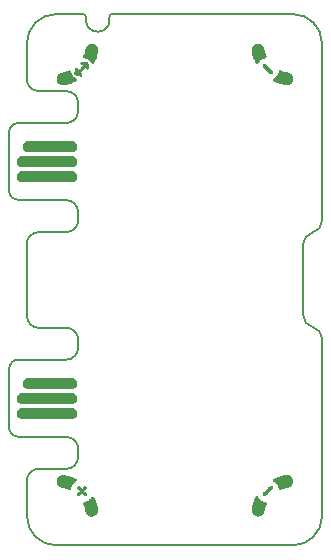
<source format=gto>
%TF.GenerationSoftware,KiCad,Pcbnew,8.0.8*%
%TF.CreationDate,2025-01-29T17:03:44+00:00*%
%TF.ProjectId,ec30_2x4_l2_mh_0.1,65633330-5f32-4783-945f-6c325f6d685f,v0.1*%
%TF.SameCoordinates,PX8d24d00PY36d6160*%
%TF.FileFunction,Legend,Top*%
%TF.FilePolarity,Positive*%
%FSLAX46Y46*%
G04 Gerber Fmt 4.6, Leading zero omitted, Abs format (unit mm)*
G04 Created by KiCad (PCBNEW 8.0.8) date 2025-01-29 17:03:44*
%MOMM*%
%LPD*%
G01*
G04 APERTURE LIST*
%ADD10C,0.200000*%
%ADD11C,0.000000*%
%ADD12C,0.010000*%
G04 APERTURE END LIST*
D10*
X-7500000Y22250000D02*
X-7500000Y22000000D01*
X-8150000Y14270000D02*
X-8150000Y14970000D01*
X-11500000Y-4066008D02*
G75*
G02*
X-12500008Y-3066008I400J1000408D01*
G01*
X-14000000Y12470001D02*
X-14000000Y7530000D01*
X12500000Y17000000D02*
X12500000Y5500000D01*
X-10000000Y-22500000D02*
G75*
G02*
X-12500000Y-20000000I-800J2499200D01*
G01*
X-7750000Y22500000D02*
G75*
G02*
X-7500000Y22250000I800J-249200D01*
G01*
X-14000000Y-7566007D02*
G75*
G02*
X-13200000Y-6766000I798900J1107D01*
G01*
X12500000Y-5700000D02*
X12500000Y-5000000D01*
X12500000Y17000000D02*
X12500000Y20000000D01*
X10000000Y22500000D02*
X-5250000Y22500000D01*
X-9148000Y4030001D02*
X-11500000Y4030001D01*
X11692885Y-4000000D02*
G75*
G02*
X12500034Y-5000000I-216385J-1000400D01*
G01*
X-13200000Y6730001D02*
G75*
G02*
X-13999999Y7530000I-1100J798899D01*
G01*
X-12500000Y3030001D02*
G75*
G02*
X-11500000Y4030000I1000400J-401D01*
G01*
X-11500000Y15970000D02*
X-9148000Y15970000D01*
X-8150000Y-5766008D02*
X-8150000Y-5066008D01*
X-7750000Y22500000D02*
X-10000000Y22500000D01*
X-12500000Y20000000D02*
G75*
G02*
X-10000000Y22500000I2499200J800D01*
G01*
X-11500000Y15970000D02*
G75*
G02*
X-12500000Y16970000I400J1000400D01*
G01*
X-5500000Y22000000D02*
X-5500000Y22250000D01*
X-14000000Y12470001D02*
G75*
G02*
X-13200000Y13270000I798900J1099D01*
G01*
X-9148000Y15970000D02*
G75*
G02*
X-8150004Y14970000I1000J-997000D01*
G01*
X-8150000Y-5766008D02*
G75*
G02*
X-9148000Y-6765997I-1000400J408D01*
G01*
X-9150000Y-13306007D02*
G75*
G02*
X-8150007Y-14306007I-400J-1000393D01*
G01*
X-8150000Y14270000D02*
G75*
G02*
X-9148000Y13270003I-1000400J400D01*
G01*
X-8148000Y-15006007D02*
X-8150000Y-14306007D01*
X-5500000Y22250000D02*
G75*
G02*
X-5250000Y22500000I249200J800D01*
G01*
X-12500000Y-16969999D02*
X-12500000Y-20000000D01*
X-12500000Y3030001D02*
X-12500000Y-3066008D01*
X-9148000Y-16006007D02*
X-11500000Y-16006007D01*
X-13200000Y6730001D02*
X-9150000Y6730001D01*
X-5500000Y22000000D02*
G75*
G02*
X-7500000Y22000000I-1000000J0D01*
G01*
X10000000Y22500000D02*
G75*
G02*
X12500000Y20000000I800J-2499200D01*
G01*
X-8148000Y5030001D02*
G75*
G02*
X-9148000Y4030000I-1000400J399D01*
G01*
X-14000000Y-7566007D02*
X-14000000Y-12506008D01*
X-12500000Y20000000D02*
X-12500000Y16970000D01*
X-9150000Y6730001D02*
G75*
G02*
X-8149999Y5730001I-400J-1000401D01*
G01*
X12500000Y-20000000D02*
X12500000Y-5500000D01*
X12500000Y5000000D02*
X12500000Y5700000D01*
X-13200000Y-13306007D02*
X-9150000Y-13306007D01*
X-10000000Y-22500000D02*
X10000000Y-22500000D01*
X-9148000Y13270000D02*
X-13200000Y13270000D01*
X10900000Y3000000D02*
G75*
G02*
X11692877Y4000033I1027600J-400D01*
G01*
X-12500000Y-17006007D02*
G75*
G02*
X-11500000Y-16006000I1000400J-393D01*
G01*
X12500000Y-20000000D02*
G75*
G02*
X10000000Y-22500000I-2499200J-800D01*
G01*
X-9148000Y-4066008D02*
G75*
G02*
X-8150012Y-5066008I1000J-996992D01*
G01*
X-8148000Y-15006007D02*
G75*
G02*
X-9148000Y-16006000I-1000400J407D01*
G01*
X-9148000Y-6766008D02*
X-13200000Y-6766008D01*
X10900000Y-3000000D02*
X10900000Y3000000D01*
X11692885Y-4000000D02*
G75*
G02*
X10899957Y-3000000I234615J1000400D01*
G01*
X-8148000Y5030001D02*
X-8150000Y5730001D01*
X-13200000Y-13306007D02*
G75*
G02*
X-14000007Y-12506008I-1100J798907D01*
G01*
X12500000Y5000000D02*
G75*
G02*
X11692894Y3999956I-1023600J400D01*
G01*
X-11500000Y-4066008D02*
X-9148000Y-4066008D01*
D11*
%TO.C,*%
G36*
X-8505004Y-9600562D02*
G01*
X-8401465Y-9651179D01*
X-8319972Y-9732672D01*
X-8269355Y-9836211D01*
X-8254800Y-9936107D01*
X-8254800Y-10135907D01*
X-8269355Y-10235803D01*
X-8319972Y-10339342D01*
X-8401465Y-10420835D01*
X-8505004Y-10471452D01*
X-8604900Y-10486007D01*
X-12954700Y-10486007D01*
X-13054596Y-10471452D01*
X-13158135Y-10420835D01*
X-13239628Y-10339342D01*
X-13290245Y-10235803D01*
X-13304800Y-10135907D01*
X-13304800Y-9936107D01*
X-13290245Y-9836211D01*
X-13239628Y-9732672D01*
X-13158135Y-9651179D01*
X-13054596Y-9600562D01*
X-12954700Y-9586007D01*
X-8604900Y-9586007D01*
X-8505004Y-9600562D01*
G37*
G36*
X-8505004Y-10870562D02*
G01*
X-8401465Y-10921179D01*
X-8319972Y-11002672D01*
X-8269355Y-11106211D01*
X-8254800Y-11206107D01*
X-8254800Y-11405907D01*
X-8269355Y-11505803D01*
X-8319972Y-11609342D01*
X-8401465Y-11690835D01*
X-8505004Y-11741452D01*
X-8604900Y-11756007D01*
X-12954700Y-11756007D01*
X-13054596Y-11741452D01*
X-13158135Y-11690835D01*
X-13239628Y-11609342D01*
X-13290245Y-11505803D01*
X-13304800Y-11405907D01*
X-13304800Y-11206107D01*
X-13290245Y-11106211D01*
X-13239628Y-11002672D01*
X-13158135Y-10921179D01*
X-13054596Y-10870562D01*
X-12954700Y-10856007D01*
X-8604900Y-10856007D01*
X-8505004Y-10870562D01*
G37*
G36*
X-8505004Y-8330562D02*
G01*
X-8401465Y-8381179D01*
X-8319972Y-8462672D01*
X-8269355Y-8566211D01*
X-8254800Y-8666107D01*
X-8254800Y-8865907D01*
X-8269355Y-8965803D01*
X-8319972Y-9069342D01*
X-8401465Y-9150835D01*
X-8505004Y-9201452D01*
X-8604900Y-9216007D01*
X-12454700Y-9216007D01*
X-12554596Y-9201452D01*
X-12658135Y-9150835D01*
X-12739628Y-9069342D01*
X-12790245Y-8965803D01*
X-12804800Y-8865907D01*
X-12804800Y-8666107D01*
X-12790245Y-8566211D01*
X-12739628Y-8462672D01*
X-12658135Y-8381179D01*
X-12554596Y-8330562D01*
X-12454700Y-8316007D01*
X-8604900Y-8316007D01*
X-8505004Y-8330562D01*
G37*
D12*
%TO.C,MH3*%
X-6928506Y-18363138D02*
X-6911772Y-18369471D01*
X-6896147Y-18380908D01*
X-6880922Y-18398107D01*
X-6865387Y-18421729D01*
X-6848836Y-18452432D01*
X-6848679Y-18452743D01*
X-6791282Y-18574332D01*
X-6737855Y-18701980D01*
X-6688736Y-18834690D01*
X-6644262Y-18971466D01*
X-6604771Y-19111310D01*
X-6570599Y-19253224D01*
X-6558186Y-19311864D01*
X-6547379Y-19371341D01*
X-6540466Y-19424475D01*
X-6537409Y-19471817D01*
X-6538170Y-19513920D01*
X-6542040Y-19547507D01*
X-6556533Y-19610942D01*
X-6577909Y-19670724D01*
X-6605930Y-19726502D01*
X-6640355Y-19777928D01*
X-6680946Y-19824650D01*
X-6727463Y-19866318D01*
X-6779668Y-19902583D01*
X-6787978Y-19907537D01*
X-6840693Y-19933832D01*
X-6896925Y-19953542D01*
X-6955607Y-19966561D01*
X-7015670Y-19972782D01*
X-7076044Y-19972098D01*
X-7135662Y-19964403D01*
X-7193456Y-19949591D01*
X-7197273Y-19948329D01*
X-7253331Y-19925415D01*
X-7306281Y-19895615D01*
X-7355436Y-19859600D01*
X-7400110Y-19818037D01*
X-7439617Y-19771594D01*
X-7473270Y-19720941D01*
X-7500383Y-19666745D01*
X-7509057Y-19644736D01*
X-7513607Y-19630447D01*
X-7519138Y-19610225D01*
X-7525185Y-19585941D01*
X-7531282Y-19559465D01*
X-7536963Y-19532671D01*
X-7537051Y-19532232D01*
X-7558678Y-19432503D01*
X-7582269Y-19338735D01*
X-7608385Y-19249080D01*
X-7637586Y-19161685D01*
X-7670432Y-19074702D01*
X-7689984Y-19027005D01*
X-7703664Y-18992497D01*
X-7713040Y-18963665D01*
X-7718165Y-18939548D01*
X-7719093Y-18919190D01*
X-7715878Y-18901631D01*
X-7708573Y-18885911D01*
X-7698622Y-18872631D01*
X-7689672Y-18863366D01*
X-7679962Y-18855700D01*
X-7668106Y-18848964D01*
X-7652714Y-18842488D01*
X-7632401Y-18835601D01*
X-7605778Y-18827634D01*
X-7604892Y-18827378D01*
X-7548101Y-18809694D01*
X-7496370Y-18790649D01*
X-7446827Y-18769122D01*
X-7413766Y-18752928D01*
X-7338632Y-18710190D01*
X-7267054Y-18660666D01*
X-7199758Y-18604986D01*
X-7137473Y-18543782D01*
X-7080926Y-18477685D01*
X-7053164Y-18440364D01*
X-7031231Y-18411566D01*
X-7010897Y-18389815D01*
X-6991436Y-18374570D01*
X-6972119Y-18365290D01*
X-6952222Y-18361431D01*
X-6947057Y-18361250D01*
X-6928506Y-18363138D01*
G36*
X-6928506Y-18363138D02*
G01*
X-6911772Y-18369471D01*
X-6896147Y-18380908D01*
X-6880922Y-18398107D01*
X-6865387Y-18421729D01*
X-6848836Y-18452432D01*
X-6848679Y-18452743D01*
X-6791282Y-18574332D01*
X-6737855Y-18701980D01*
X-6688736Y-18834690D01*
X-6644262Y-18971466D01*
X-6604771Y-19111310D01*
X-6570599Y-19253224D01*
X-6558186Y-19311864D01*
X-6547379Y-19371341D01*
X-6540466Y-19424475D01*
X-6537409Y-19471817D01*
X-6538170Y-19513920D01*
X-6542040Y-19547507D01*
X-6556533Y-19610942D01*
X-6577909Y-19670724D01*
X-6605930Y-19726502D01*
X-6640355Y-19777928D01*
X-6680946Y-19824650D01*
X-6727463Y-19866318D01*
X-6779668Y-19902583D01*
X-6787978Y-19907537D01*
X-6840693Y-19933832D01*
X-6896925Y-19953542D01*
X-6955607Y-19966561D01*
X-7015670Y-19972782D01*
X-7076044Y-19972098D01*
X-7135662Y-19964403D01*
X-7193456Y-19949591D01*
X-7197273Y-19948329D01*
X-7253331Y-19925415D01*
X-7306281Y-19895615D01*
X-7355436Y-19859600D01*
X-7400110Y-19818037D01*
X-7439617Y-19771594D01*
X-7473270Y-19720941D01*
X-7500383Y-19666745D01*
X-7509057Y-19644736D01*
X-7513607Y-19630447D01*
X-7519138Y-19610225D01*
X-7525185Y-19585941D01*
X-7531282Y-19559465D01*
X-7536963Y-19532671D01*
X-7537051Y-19532232D01*
X-7558678Y-19432503D01*
X-7582269Y-19338735D01*
X-7608385Y-19249080D01*
X-7637586Y-19161685D01*
X-7670432Y-19074702D01*
X-7689984Y-19027005D01*
X-7703664Y-18992497D01*
X-7713040Y-18963665D01*
X-7718165Y-18939548D01*
X-7719093Y-18919190D01*
X-7715878Y-18901631D01*
X-7708573Y-18885911D01*
X-7698622Y-18872631D01*
X-7689672Y-18863366D01*
X-7679962Y-18855700D01*
X-7668106Y-18848964D01*
X-7652714Y-18842488D01*
X-7632401Y-18835601D01*
X-7605778Y-18827634D01*
X-7604892Y-18827378D01*
X-7548101Y-18809694D01*
X-7496370Y-18790649D01*
X-7446827Y-18769122D01*
X-7413766Y-18752928D01*
X-7338632Y-18710190D01*
X-7267054Y-18660666D01*
X-7199758Y-18604986D01*
X-7137473Y-18543782D01*
X-7080926Y-18477685D01*
X-7053164Y-18440364D01*
X-7031231Y-18411566D01*
X-7010897Y-18389815D01*
X-6991436Y-18374570D01*
X-6972119Y-18365290D01*
X-6952222Y-18361431D01*
X-6947057Y-18361250D01*
X-6928506Y-18363138D01*
G37*
X-9469382Y-16539537D02*
X-9447697Y-16539914D01*
X-9426734Y-16540918D01*
X-9405491Y-16542711D01*
X-9382963Y-16545454D01*
X-9358146Y-16549309D01*
X-9330036Y-16554438D01*
X-9297629Y-16561001D01*
X-9259922Y-16569161D01*
X-9215909Y-16579080D01*
X-9197523Y-16583298D01*
X-9084110Y-16611811D01*
X-8967931Y-16645606D01*
X-8850843Y-16684017D01*
X-8734702Y-16726377D01*
X-8621365Y-16772019D01*
X-8512689Y-16820278D01*
X-8441520Y-16854688D01*
X-8413993Y-16869173D01*
X-8392962Y-16881967D01*
X-8377390Y-16893881D01*
X-8366238Y-16905723D01*
X-8358469Y-16918303D01*
X-8357596Y-16920160D01*
X-8351621Y-16938194D01*
X-8351673Y-16955018D01*
X-8355628Y-16969259D01*
X-8366482Y-16988971D01*
X-8384803Y-17009218D01*
X-8410183Y-17029563D01*
X-8414969Y-17032864D01*
X-8488201Y-17086938D01*
X-8555669Y-17146142D01*
X-8617131Y-17210183D01*
X-8672347Y-17278769D01*
X-8721073Y-17351605D01*
X-8763068Y-17428401D01*
X-8788576Y-17484951D01*
X-8800921Y-17516142D01*
X-8812141Y-17547535D01*
X-8822891Y-17581156D01*
X-8833828Y-17619033D01*
X-8842684Y-17651971D01*
X-8847996Y-17670214D01*
X-8853411Y-17683262D01*
X-8860250Y-17693763D01*
X-8867703Y-17702184D01*
X-8883266Y-17715623D01*
X-8899653Y-17723702D01*
X-8917964Y-17726465D01*
X-8939296Y-17723957D01*
X-8964748Y-17716222D01*
X-8987179Y-17707027D01*
X-9107698Y-17657583D01*
X-9231987Y-17614301D01*
X-9360629Y-17577001D01*
X-9494206Y-17545501D01*
X-9524887Y-17539217D01*
X-9559570Y-17532116D01*
X-9587951Y-17525804D01*
X-9611570Y-17519832D01*
X-9631964Y-17513755D01*
X-9650673Y-17507126D01*
X-9669235Y-17499496D01*
X-9683073Y-17493272D01*
X-9736054Y-17464533D01*
X-9785121Y-17429388D01*
X-9829705Y-17388566D01*
X-9869233Y-17342795D01*
X-9903134Y-17292803D01*
X-9930837Y-17239319D01*
X-9951771Y-17183072D01*
X-9963418Y-17135752D01*
X-9971542Y-17072993D01*
X-9972079Y-17011364D01*
X-9965355Y-16951349D01*
X-9951696Y-16893433D01*
X-9931426Y-16838104D01*
X-9904871Y-16785845D01*
X-9872355Y-16737142D01*
X-9834205Y-16692481D01*
X-9790745Y-16652346D01*
X-9742300Y-16617225D01*
X-9689196Y-16587601D01*
X-9631758Y-16563960D01*
X-9570311Y-16546788D01*
X-9568601Y-16546419D01*
X-9550919Y-16543237D01*
X-9531677Y-16541113D01*
X-9508978Y-16539916D01*
X-9480930Y-16539514D01*
X-9469382Y-16539537D01*
G36*
X-9469382Y-16539537D02*
G01*
X-9447697Y-16539914D01*
X-9426734Y-16540918D01*
X-9405491Y-16542711D01*
X-9382963Y-16545454D01*
X-9358146Y-16549309D01*
X-9330036Y-16554438D01*
X-9297629Y-16561001D01*
X-9259922Y-16569161D01*
X-9215909Y-16579080D01*
X-9197523Y-16583298D01*
X-9084110Y-16611811D01*
X-8967931Y-16645606D01*
X-8850843Y-16684017D01*
X-8734702Y-16726377D01*
X-8621365Y-16772019D01*
X-8512689Y-16820278D01*
X-8441520Y-16854688D01*
X-8413993Y-16869173D01*
X-8392962Y-16881967D01*
X-8377390Y-16893881D01*
X-8366238Y-16905723D01*
X-8358469Y-16918303D01*
X-8357596Y-16920160D01*
X-8351621Y-16938194D01*
X-8351673Y-16955018D01*
X-8355628Y-16969259D01*
X-8366482Y-16988971D01*
X-8384803Y-17009218D01*
X-8410183Y-17029563D01*
X-8414969Y-17032864D01*
X-8488201Y-17086938D01*
X-8555669Y-17146142D01*
X-8617131Y-17210183D01*
X-8672347Y-17278769D01*
X-8721073Y-17351605D01*
X-8763068Y-17428401D01*
X-8788576Y-17484951D01*
X-8800921Y-17516142D01*
X-8812141Y-17547535D01*
X-8822891Y-17581156D01*
X-8833828Y-17619033D01*
X-8842684Y-17651971D01*
X-8847996Y-17670214D01*
X-8853411Y-17683262D01*
X-8860250Y-17693763D01*
X-8867703Y-17702184D01*
X-8883266Y-17715623D01*
X-8899653Y-17723702D01*
X-8917964Y-17726465D01*
X-8939296Y-17723957D01*
X-8964748Y-17716222D01*
X-8987179Y-17707027D01*
X-9107698Y-17657583D01*
X-9231987Y-17614301D01*
X-9360629Y-17577001D01*
X-9494206Y-17545501D01*
X-9524887Y-17539217D01*
X-9559570Y-17532116D01*
X-9587951Y-17525804D01*
X-9611570Y-17519832D01*
X-9631964Y-17513755D01*
X-9650673Y-17507126D01*
X-9669235Y-17499496D01*
X-9683073Y-17493272D01*
X-9736054Y-17464533D01*
X-9785121Y-17429388D01*
X-9829705Y-17388566D01*
X-9869233Y-17342795D01*
X-9903134Y-17292803D01*
X-9930837Y-17239319D01*
X-9951771Y-17183072D01*
X-9963418Y-17135752D01*
X-9971542Y-17072993D01*
X-9972079Y-17011364D01*
X-9965355Y-16951349D01*
X-9951696Y-16893433D01*
X-9931426Y-16838104D01*
X-9904871Y-16785845D01*
X-9872355Y-16737142D01*
X-9834205Y-16692481D01*
X-9790745Y-16652346D01*
X-9742300Y-16617225D01*
X-9689196Y-16587601D01*
X-9631758Y-16563960D01*
X-9570311Y-16546788D01*
X-9568601Y-16546419D01*
X-9550919Y-16543237D01*
X-9531677Y-16541113D01*
X-9508978Y-16539916D01*
X-9480930Y-16539514D01*
X-9469382Y-16539537D01*
G37*
X-8113706Y-17496944D02*
X-8103689Y-17499701D01*
X-8097802Y-17501893D01*
X-8091812Y-17504868D01*
X-8085087Y-17509183D01*
X-8076996Y-17515397D01*
X-8066906Y-17524068D01*
X-8054186Y-17535754D01*
X-8038203Y-17551014D01*
X-8018325Y-17570404D01*
X-7993921Y-17594483D01*
X-7974157Y-17614080D01*
X-7866011Y-17721433D01*
X-7759845Y-17616232D01*
X-7731277Y-17588145D01*
X-7705522Y-17563269D01*
X-7683075Y-17542058D01*
X-7664428Y-17524971D01*
X-7650076Y-17512464D01*
X-7640513Y-17504993D01*
X-7637804Y-17503347D01*
X-7619653Y-17497707D01*
X-7597647Y-17495447D01*
X-7574938Y-17496528D01*
X-7554679Y-17500911D01*
X-7546147Y-17504489D01*
X-7526917Y-17518143D01*
X-7510139Y-17536514D01*
X-7498889Y-17555827D01*
X-7494821Y-17571697D01*
X-7493195Y-17591689D01*
X-7494004Y-17612373D01*
X-7497238Y-17630321D01*
X-7499093Y-17635689D01*
X-7504005Y-17643205D01*
X-7514648Y-17656014D01*
X-7530930Y-17674015D01*
X-7552756Y-17697108D01*
X-7580035Y-17725192D01*
X-7612673Y-17758167D01*
X-7613064Y-17758559D01*
X-7720887Y-17866673D01*
X-7615058Y-17972974D01*
X-7584116Y-18004238D01*
X-7558609Y-18030431D01*
X-7538195Y-18051925D01*
X-7522533Y-18069093D01*
X-7511280Y-18082307D01*
X-7504096Y-18091939D01*
X-7501173Y-18097031D01*
X-7494104Y-18121344D01*
X-7493008Y-18147931D01*
X-7497820Y-18173913D01*
X-7503224Y-18187437D01*
X-7518879Y-18210652D01*
X-7539503Y-18227874D01*
X-7562126Y-18237933D01*
X-7579823Y-18242314D01*
X-7594838Y-18243348D01*
X-7610844Y-18241009D01*
X-7624185Y-18237471D01*
X-7629927Y-18235599D01*
X-7635561Y-18233123D01*
X-7641713Y-18229495D01*
X-7649007Y-18224164D01*
X-7658067Y-18216580D01*
X-7669517Y-18206195D01*
X-7683982Y-18192456D01*
X-7702086Y-18174816D01*
X-7724453Y-18152724D01*
X-7751707Y-18125630D01*
X-7755874Y-18121480D01*
X-7866007Y-18011789D01*
X-7976140Y-18121480D01*
X-8004116Y-18149305D01*
X-8027118Y-18172053D01*
X-8045771Y-18190273D01*
X-8060700Y-18204516D01*
X-8072528Y-18215330D01*
X-8081879Y-18223266D01*
X-8089379Y-18228875D01*
X-8095651Y-18232705D01*
X-8101320Y-18235306D01*
X-8107010Y-18237229D01*
X-8107829Y-18237471D01*
X-8126610Y-18242124D01*
X-8141901Y-18243383D01*
X-8157373Y-18241278D01*
X-8169888Y-18237933D01*
X-8194545Y-18226692D01*
X-8214425Y-18209602D01*
X-8228856Y-18187607D01*
X-8237166Y-18161652D01*
X-8238982Y-18140798D01*
X-8238748Y-18129644D01*
X-8237797Y-18119682D01*
X-8235633Y-18110230D01*
X-8231761Y-18100607D01*
X-8225687Y-18090132D01*
X-8216914Y-18078124D01*
X-8204948Y-18063903D01*
X-8189294Y-18046786D01*
X-8169456Y-18026095D01*
X-8144940Y-18001146D01*
X-8116956Y-17972974D01*
X-8011127Y-17866673D01*
X-8118789Y-17758559D01*
X-8151189Y-17725807D01*
X-8177947Y-17698278D01*
X-8199233Y-17675790D01*
X-8215216Y-17658158D01*
X-8226067Y-17645200D01*
X-8231953Y-17636730D01*
X-8232760Y-17635077D01*
X-8238627Y-17611156D01*
X-8238409Y-17585114D01*
X-8232552Y-17559340D01*
X-8221501Y-17536224D01*
X-8212046Y-17524073D01*
X-8191856Y-17508280D01*
X-8167562Y-17498230D01*
X-8140924Y-17494320D01*
X-8113706Y-17496944D01*
G36*
X-8113706Y-17496944D02*
G01*
X-8103689Y-17499701D01*
X-8097802Y-17501893D01*
X-8091812Y-17504868D01*
X-8085087Y-17509183D01*
X-8076996Y-17515397D01*
X-8066906Y-17524068D01*
X-8054186Y-17535754D01*
X-8038203Y-17551014D01*
X-8018325Y-17570404D01*
X-7993921Y-17594483D01*
X-7974157Y-17614080D01*
X-7866011Y-17721433D01*
X-7759845Y-17616232D01*
X-7731277Y-17588145D01*
X-7705522Y-17563269D01*
X-7683075Y-17542058D01*
X-7664428Y-17524971D01*
X-7650076Y-17512464D01*
X-7640513Y-17504993D01*
X-7637804Y-17503347D01*
X-7619653Y-17497707D01*
X-7597647Y-17495447D01*
X-7574938Y-17496528D01*
X-7554679Y-17500911D01*
X-7546147Y-17504489D01*
X-7526917Y-17518143D01*
X-7510139Y-17536514D01*
X-7498889Y-17555827D01*
X-7494821Y-17571697D01*
X-7493195Y-17591689D01*
X-7494004Y-17612373D01*
X-7497238Y-17630321D01*
X-7499093Y-17635689D01*
X-7504005Y-17643205D01*
X-7514648Y-17656014D01*
X-7530930Y-17674015D01*
X-7552756Y-17697108D01*
X-7580035Y-17725192D01*
X-7612673Y-17758167D01*
X-7613064Y-17758559D01*
X-7720887Y-17866673D01*
X-7615058Y-17972974D01*
X-7584116Y-18004238D01*
X-7558609Y-18030431D01*
X-7538195Y-18051925D01*
X-7522533Y-18069093D01*
X-7511280Y-18082307D01*
X-7504096Y-18091939D01*
X-7501173Y-18097031D01*
X-7494104Y-18121344D01*
X-7493008Y-18147931D01*
X-7497820Y-18173913D01*
X-7503224Y-18187437D01*
X-7518879Y-18210652D01*
X-7539503Y-18227874D01*
X-7562126Y-18237933D01*
X-7579823Y-18242314D01*
X-7594838Y-18243348D01*
X-7610844Y-18241009D01*
X-7624185Y-18237471D01*
X-7629927Y-18235599D01*
X-7635561Y-18233123D01*
X-7641713Y-18229495D01*
X-7649007Y-18224164D01*
X-7658067Y-18216580D01*
X-7669517Y-18206195D01*
X-7683982Y-18192456D01*
X-7702086Y-18174816D01*
X-7724453Y-18152724D01*
X-7751707Y-18125630D01*
X-7755874Y-18121480D01*
X-7866007Y-18011789D01*
X-7976140Y-18121480D01*
X-8004116Y-18149305D01*
X-8027118Y-18172053D01*
X-8045771Y-18190273D01*
X-8060700Y-18204516D01*
X-8072528Y-18215330D01*
X-8081879Y-18223266D01*
X-8089379Y-18228875D01*
X-8095651Y-18232705D01*
X-8101320Y-18235306D01*
X-8107010Y-18237229D01*
X-8107829Y-18237471D01*
X-8126610Y-18242124D01*
X-8141901Y-18243383D01*
X-8157373Y-18241278D01*
X-8169888Y-18237933D01*
X-8194545Y-18226692D01*
X-8214425Y-18209602D01*
X-8228856Y-18187607D01*
X-8237166Y-18161652D01*
X-8238982Y-18140798D01*
X-8238748Y-18129644D01*
X-8237797Y-18119682D01*
X-8235633Y-18110230D01*
X-8231761Y-18100607D01*
X-8225687Y-18090132D01*
X-8216914Y-18078124D01*
X-8204948Y-18063903D01*
X-8189294Y-18046786D01*
X-8169456Y-18026095D01*
X-8144940Y-18001146D01*
X-8116956Y-17972974D01*
X-8011127Y-17866673D01*
X-8118789Y-17758559D01*
X-8151189Y-17725807D01*
X-8177947Y-17698278D01*
X-8199233Y-17675790D01*
X-8215216Y-17658158D01*
X-8226067Y-17645200D01*
X-8231953Y-17636730D01*
X-8232760Y-17635077D01*
X-8238627Y-17611156D01*
X-8238409Y-17585114D01*
X-8232552Y-17559340D01*
X-8221501Y-17536224D01*
X-8212046Y-17524073D01*
X-8191856Y-17508280D01*
X-8167562Y-17498230D01*
X-8140924Y-17494320D01*
X-8113706Y-17496944D01*
G37*
%TO.C,MH4*%
X9511949Y-16535486D02*
X9545536Y-16539356D01*
X9608971Y-16553849D01*
X9668753Y-16575225D01*
X9724531Y-16603246D01*
X9775957Y-16637671D01*
X9822679Y-16678262D01*
X9864347Y-16724779D01*
X9900612Y-16776984D01*
X9905566Y-16785294D01*
X9931861Y-16838009D01*
X9951571Y-16894241D01*
X9964590Y-16952923D01*
X9970811Y-17012986D01*
X9970127Y-17073360D01*
X9962432Y-17132978D01*
X9947620Y-17190772D01*
X9946358Y-17194589D01*
X9923444Y-17250647D01*
X9893644Y-17303597D01*
X9857629Y-17352752D01*
X9816066Y-17397426D01*
X9769623Y-17436933D01*
X9718970Y-17470586D01*
X9664774Y-17497699D01*
X9642765Y-17506373D01*
X9628476Y-17510923D01*
X9608254Y-17516454D01*
X9583970Y-17522501D01*
X9557494Y-17528598D01*
X9530700Y-17534279D01*
X9530261Y-17534367D01*
X9430532Y-17555994D01*
X9336764Y-17579585D01*
X9247109Y-17605701D01*
X9159714Y-17634902D01*
X9072731Y-17667748D01*
X9025034Y-17687300D01*
X8990526Y-17700980D01*
X8961694Y-17710356D01*
X8937577Y-17715481D01*
X8917219Y-17716409D01*
X8899660Y-17713194D01*
X8883940Y-17705889D01*
X8870660Y-17695938D01*
X8861395Y-17686988D01*
X8853729Y-17677278D01*
X8846993Y-17665422D01*
X8840517Y-17650030D01*
X8833630Y-17629717D01*
X8825663Y-17603094D01*
X8825407Y-17602208D01*
X8807723Y-17545417D01*
X8788678Y-17493686D01*
X8767151Y-17444143D01*
X8750957Y-17411082D01*
X8708219Y-17335948D01*
X8658695Y-17264370D01*
X8603015Y-17197074D01*
X8541811Y-17134789D01*
X8475714Y-17078242D01*
X8438393Y-17050480D01*
X8409595Y-17028547D01*
X8387844Y-17008213D01*
X8372599Y-16988752D01*
X8363319Y-16969435D01*
X8359460Y-16949538D01*
X8359279Y-16944373D01*
X8361167Y-16925822D01*
X8367500Y-16909088D01*
X8378937Y-16893463D01*
X8396136Y-16878238D01*
X8419758Y-16862703D01*
X8450461Y-16846152D01*
X8450772Y-16845995D01*
X8572361Y-16788598D01*
X8700009Y-16735171D01*
X8832719Y-16686052D01*
X8969495Y-16641578D01*
X9109339Y-16602087D01*
X9251253Y-16567915D01*
X9309893Y-16555502D01*
X9369370Y-16544695D01*
X9422504Y-16537782D01*
X9469846Y-16534725D01*
X9511949Y-16535486D01*
G36*
X9511949Y-16535486D02*
G01*
X9545536Y-16539356D01*
X9608971Y-16553849D01*
X9668753Y-16575225D01*
X9724531Y-16603246D01*
X9775957Y-16637671D01*
X9822679Y-16678262D01*
X9864347Y-16724779D01*
X9900612Y-16776984D01*
X9905566Y-16785294D01*
X9931861Y-16838009D01*
X9951571Y-16894241D01*
X9964590Y-16952923D01*
X9970811Y-17012986D01*
X9970127Y-17073360D01*
X9962432Y-17132978D01*
X9947620Y-17190772D01*
X9946358Y-17194589D01*
X9923444Y-17250647D01*
X9893644Y-17303597D01*
X9857629Y-17352752D01*
X9816066Y-17397426D01*
X9769623Y-17436933D01*
X9718970Y-17470586D01*
X9664774Y-17497699D01*
X9642765Y-17506373D01*
X9628476Y-17510923D01*
X9608254Y-17516454D01*
X9583970Y-17522501D01*
X9557494Y-17528598D01*
X9530700Y-17534279D01*
X9530261Y-17534367D01*
X9430532Y-17555994D01*
X9336764Y-17579585D01*
X9247109Y-17605701D01*
X9159714Y-17634902D01*
X9072731Y-17667748D01*
X9025034Y-17687300D01*
X8990526Y-17700980D01*
X8961694Y-17710356D01*
X8937577Y-17715481D01*
X8917219Y-17716409D01*
X8899660Y-17713194D01*
X8883940Y-17705889D01*
X8870660Y-17695938D01*
X8861395Y-17686988D01*
X8853729Y-17677278D01*
X8846993Y-17665422D01*
X8840517Y-17650030D01*
X8833630Y-17629717D01*
X8825663Y-17603094D01*
X8825407Y-17602208D01*
X8807723Y-17545417D01*
X8788678Y-17493686D01*
X8767151Y-17444143D01*
X8750957Y-17411082D01*
X8708219Y-17335948D01*
X8658695Y-17264370D01*
X8603015Y-17197074D01*
X8541811Y-17134789D01*
X8475714Y-17078242D01*
X8438393Y-17050480D01*
X8409595Y-17028547D01*
X8387844Y-17008213D01*
X8372599Y-16988752D01*
X8363319Y-16969435D01*
X8359460Y-16949538D01*
X8359279Y-16944373D01*
X8361167Y-16925822D01*
X8367500Y-16909088D01*
X8378937Y-16893463D01*
X8396136Y-16878238D01*
X8419758Y-16862703D01*
X8450461Y-16846152D01*
X8450772Y-16845995D01*
X8572361Y-16788598D01*
X8700009Y-16735171D01*
X8832719Y-16686052D01*
X8969495Y-16641578D01*
X9109339Y-16602087D01*
X9251253Y-16567915D01*
X9309893Y-16555502D01*
X9369370Y-16544695D01*
X9422504Y-16537782D01*
X9469846Y-16534725D01*
X9511949Y-16535486D01*
G37*
X6953047Y-18348989D02*
X6967288Y-18352944D01*
X6987000Y-18363798D01*
X7007247Y-18382119D01*
X7027592Y-18407499D01*
X7030893Y-18412285D01*
X7084967Y-18485517D01*
X7144171Y-18552985D01*
X7208212Y-18614447D01*
X7276798Y-18669663D01*
X7349634Y-18718389D01*
X7426430Y-18760384D01*
X7482980Y-18785892D01*
X7514171Y-18798237D01*
X7545564Y-18809457D01*
X7579185Y-18820207D01*
X7617062Y-18831144D01*
X7650000Y-18840000D01*
X7668243Y-18845312D01*
X7681291Y-18850727D01*
X7691792Y-18857566D01*
X7700213Y-18865019D01*
X7713652Y-18880582D01*
X7721731Y-18896969D01*
X7724494Y-18915280D01*
X7721986Y-18936612D01*
X7714251Y-18962064D01*
X7705056Y-18984495D01*
X7655612Y-19105014D01*
X7612330Y-19229303D01*
X7575030Y-19357945D01*
X7543530Y-19491522D01*
X7537246Y-19522203D01*
X7530145Y-19556886D01*
X7523833Y-19585267D01*
X7517861Y-19608886D01*
X7511784Y-19629280D01*
X7505155Y-19647989D01*
X7497525Y-19666551D01*
X7491301Y-19680389D01*
X7462562Y-19733370D01*
X7427417Y-19782437D01*
X7386595Y-19827021D01*
X7340824Y-19866549D01*
X7290832Y-19900450D01*
X7237348Y-19928153D01*
X7181101Y-19949087D01*
X7133781Y-19960734D01*
X7071022Y-19968858D01*
X7009393Y-19969395D01*
X6949378Y-19962671D01*
X6891462Y-19949012D01*
X6836133Y-19928742D01*
X6783874Y-19902187D01*
X6735171Y-19869671D01*
X6690510Y-19831521D01*
X6650375Y-19788061D01*
X6615254Y-19739616D01*
X6585630Y-19686512D01*
X6561989Y-19629074D01*
X6544817Y-19567627D01*
X6544448Y-19565917D01*
X6541266Y-19548235D01*
X6539142Y-19528993D01*
X6537945Y-19506294D01*
X6537543Y-19478246D01*
X6537566Y-19466698D01*
X6537943Y-19445013D01*
X6538947Y-19424050D01*
X6540740Y-19402807D01*
X6543483Y-19380279D01*
X6547338Y-19355462D01*
X6552467Y-19327352D01*
X6559030Y-19294945D01*
X6567190Y-19257238D01*
X6577109Y-19213225D01*
X6581327Y-19194839D01*
X6609840Y-19081426D01*
X6643635Y-18965247D01*
X6682046Y-18848159D01*
X6724406Y-18732018D01*
X6770048Y-18618681D01*
X6818307Y-18510005D01*
X6852717Y-18438836D01*
X6867202Y-18411309D01*
X6879996Y-18390278D01*
X6891910Y-18374706D01*
X6903752Y-18363554D01*
X6916332Y-18355785D01*
X6918189Y-18354912D01*
X6936223Y-18348937D01*
X6953047Y-18348989D01*
G36*
X6953047Y-18348989D02*
G01*
X6967288Y-18352944D01*
X6987000Y-18363798D01*
X7007247Y-18382119D01*
X7027592Y-18407499D01*
X7030893Y-18412285D01*
X7084967Y-18485517D01*
X7144171Y-18552985D01*
X7208212Y-18614447D01*
X7276798Y-18669663D01*
X7349634Y-18718389D01*
X7426430Y-18760384D01*
X7482980Y-18785892D01*
X7514171Y-18798237D01*
X7545564Y-18809457D01*
X7579185Y-18820207D01*
X7617062Y-18831144D01*
X7650000Y-18840000D01*
X7668243Y-18845312D01*
X7681291Y-18850727D01*
X7691792Y-18857566D01*
X7700213Y-18865019D01*
X7713652Y-18880582D01*
X7721731Y-18896969D01*
X7724494Y-18915280D01*
X7721986Y-18936612D01*
X7714251Y-18962064D01*
X7705056Y-18984495D01*
X7655612Y-19105014D01*
X7612330Y-19229303D01*
X7575030Y-19357945D01*
X7543530Y-19491522D01*
X7537246Y-19522203D01*
X7530145Y-19556886D01*
X7523833Y-19585267D01*
X7517861Y-19608886D01*
X7511784Y-19629280D01*
X7505155Y-19647989D01*
X7497525Y-19666551D01*
X7491301Y-19680389D01*
X7462562Y-19733370D01*
X7427417Y-19782437D01*
X7386595Y-19827021D01*
X7340824Y-19866549D01*
X7290832Y-19900450D01*
X7237348Y-19928153D01*
X7181101Y-19949087D01*
X7133781Y-19960734D01*
X7071022Y-19968858D01*
X7009393Y-19969395D01*
X6949378Y-19962671D01*
X6891462Y-19949012D01*
X6836133Y-19928742D01*
X6783874Y-19902187D01*
X6735171Y-19869671D01*
X6690510Y-19831521D01*
X6650375Y-19788061D01*
X6615254Y-19739616D01*
X6585630Y-19686512D01*
X6561989Y-19629074D01*
X6544817Y-19567627D01*
X6544448Y-19565917D01*
X6541266Y-19548235D01*
X6539142Y-19528993D01*
X6537945Y-19506294D01*
X6537543Y-19478246D01*
X6537566Y-19466698D01*
X6537943Y-19445013D01*
X6538947Y-19424050D01*
X6540740Y-19402807D01*
X6543483Y-19380279D01*
X6547338Y-19355462D01*
X6552467Y-19327352D01*
X6559030Y-19294945D01*
X6567190Y-19257238D01*
X6577109Y-19213225D01*
X6581327Y-19194839D01*
X6609840Y-19081426D01*
X6643635Y-18965247D01*
X6682046Y-18848159D01*
X6724406Y-18732018D01*
X6770048Y-18618681D01*
X6818307Y-18510005D01*
X6852717Y-18438836D01*
X6867202Y-18411309D01*
X6879996Y-18390278D01*
X6891910Y-18374706D01*
X6903752Y-18363554D01*
X6916332Y-18355785D01*
X6918189Y-18354912D01*
X6936223Y-18348937D01*
X6953047Y-18348989D01*
G37*
X8161664Y-17465670D02*
X8170644Y-17467671D01*
X8200672Y-17479911D01*
X8225650Y-17497813D01*
X8245015Y-17520590D01*
X8258200Y-17547454D01*
X8264642Y-17577617D01*
X8264914Y-17599116D01*
X8264446Y-17606631D01*
X8263847Y-17613498D01*
X8262805Y-17620077D01*
X8261008Y-17626723D01*
X8258142Y-17633794D01*
X8253895Y-17641647D01*
X8247956Y-17650639D01*
X8240011Y-17661128D01*
X8229747Y-17673471D01*
X8216854Y-17688024D01*
X8201017Y-17705145D01*
X8181925Y-17725192D01*
X8159265Y-17748521D01*
X8132725Y-17775489D01*
X8101992Y-17806454D01*
X8066753Y-17841773D01*
X8026697Y-17881804D01*
X7981511Y-17926902D01*
X7955203Y-17953153D01*
X7908642Y-17999606D01*
X7867346Y-18040773D01*
X7830970Y-18076981D01*
X7799168Y-18108561D01*
X7771596Y-18135839D01*
X7747908Y-18159145D01*
X7727758Y-18178806D01*
X7710802Y-18195152D01*
X7696694Y-18208510D01*
X7685088Y-18219209D01*
X7675639Y-18227578D01*
X7668002Y-18233944D01*
X7661832Y-18238637D01*
X7656783Y-18241984D01*
X7652509Y-18244315D01*
X7648667Y-18245956D01*
X7646489Y-18246726D01*
X7614957Y-18253446D01*
X7584047Y-18252841D01*
X7554826Y-18245308D01*
X7528358Y-18231247D01*
X7505710Y-18211056D01*
X7489510Y-18188042D01*
X7483925Y-18177228D01*
X7480461Y-18167716D01*
X7478623Y-18157000D01*
X7477911Y-18142577D01*
X7477817Y-18129229D01*
X7478161Y-18109689D01*
X7479474Y-18095507D01*
X7482180Y-18084125D01*
X7486700Y-18072981D01*
X7487316Y-18071682D01*
X7489981Y-18067252D01*
X7494743Y-18060921D01*
X7501894Y-18052386D01*
X7511722Y-18041348D01*
X7524520Y-18027505D01*
X7540578Y-18010554D01*
X7560186Y-17990196D01*
X7583636Y-17966127D01*
X7611217Y-17938048D01*
X7643222Y-17905656D01*
X7679939Y-17868651D01*
X7721661Y-17826730D01*
X7768677Y-17779592D01*
X7779019Y-17769235D01*
X7825793Y-17722418D01*
X7867318Y-17680913D01*
X7903933Y-17644393D01*
X7935979Y-17612533D01*
X7963792Y-17585007D01*
X7987713Y-17561488D01*
X8008081Y-17541651D01*
X8025234Y-17525170D01*
X8039512Y-17511718D01*
X8051254Y-17500970D01*
X8060798Y-17492599D01*
X8068484Y-17486280D01*
X8074650Y-17481687D01*
X8079636Y-17478493D01*
X8083392Y-17476546D01*
X8108956Y-17468021D01*
X8136053Y-17464293D01*
X8161664Y-17465670D01*
G36*
X8161664Y-17465670D02*
G01*
X8170644Y-17467671D01*
X8200672Y-17479911D01*
X8225650Y-17497813D01*
X8245015Y-17520590D01*
X8258200Y-17547454D01*
X8264642Y-17577617D01*
X8264914Y-17599116D01*
X8264446Y-17606631D01*
X8263847Y-17613498D01*
X8262805Y-17620077D01*
X8261008Y-17626723D01*
X8258142Y-17633794D01*
X8253895Y-17641647D01*
X8247956Y-17650639D01*
X8240011Y-17661128D01*
X8229747Y-17673471D01*
X8216854Y-17688024D01*
X8201017Y-17705145D01*
X8181925Y-17725192D01*
X8159265Y-17748521D01*
X8132725Y-17775489D01*
X8101992Y-17806454D01*
X8066753Y-17841773D01*
X8026697Y-17881804D01*
X7981511Y-17926902D01*
X7955203Y-17953153D01*
X7908642Y-17999606D01*
X7867346Y-18040773D01*
X7830970Y-18076981D01*
X7799168Y-18108561D01*
X7771596Y-18135839D01*
X7747908Y-18159145D01*
X7727758Y-18178806D01*
X7710802Y-18195152D01*
X7696694Y-18208510D01*
X7685088Y-18219209D01*
X7675639Y-18227578D01*
X7668002Y-18233944D01*
X7661832Y-18238637D01*
X7656783Y-18241984D01*
X7652509Y-18244315D01*
X7648667Y-18245956D01*
X7646489Y-18246726D01*
X7614957Y-18253446D01*
X7584047Y-18252841D01*
X7554826Y-18245308D01*
X7528358Y-18231247D01*
X7505710Y-18211056D01*
X7489510Y-18188042D01*
X7483925Y-18177228D01*
X7480461Y-18167716D01*
X7478623Y-18157000D01*
X7477911Y-18142577D01*
X7477817Y-18129229D01*
X7478161Y-18109689D01*
X7479474Y-18095507D01*
X7482180Y-18084125D01*
X7486700Y-18072981D01*
X7487316Y-18071682D01*
X7489981Y-18067252D01*
X7494743Y-18060921D01*
X7501894Y-18052386D01*
X7511722Y-18041348D01*
X7524520Y-18027505D01*
X7540578Y-18010554D01*
X7560186Y-17990196D01*
X7583636Y-17966127D01*
X7611217Y-17938048D01*
X7643222Y-17905656D01*
X7679939Y-17868651D01*
X7721661Y-17826730D01*
X7768677Y-17779592D01*
X7779019Y-17769235D01*
X7825793Y-17722418D01*
X7867318Y-17680913D01*
X7903933Y-17644393D01*
X7935979Y-17612533D01*
X7963792Y-17585007D01*
X7987713Y-17561488D01*
X8008081Y-17541651D01*
X8025234Y-17525170D01*
X8039512Y-17511718D01*
X8051254Y-17500970D01*
X8060798Y-17492599D01*
X8068484Y-17486280D01*
X8074650Y-17481687D01*
X8079636Y-17478493D01*
X8083392Y-17476546D01*
X8108956Y-17468021D01*
X8136053Y-17464293D01*
X8161664Y-17465670D01*
G37*
D11*
%TO.C,*%
G36*
X-8505004Y10435446D02*
G01*
X-8401465Y10384829D01*
X-8319972Y10303336D01*
X-8269355Y10199797D01*
X-8254800Y10099901D01*
X-8254800Y9900101D01*
X-8269355Y9800205D01*
X-8319972Y9696666D01*
X-8401465Y9615173D01*
X-8505004Y9564556D01*
X-8604900Y9550001D01*
X-12954700Y9550001D01*
X-13054596Y9564556D01*
X-13158135Y9615173D01*
X-13239628Y9696666D01*
X-13290245Y9800205D01*
X-13304800Y9900101D01*
X-13304800Y10099901D01*
X-13290245Y10199797D01*
X-13239628Y10303336D01*
X-13158135Y10384829D01*
X-13054596Y10435446D01*
X-12954700Y10450001D01*
X-8604900Y10450001D01*
X-8505004Y10435446D01*
G37*
G36*
X-8505004Y9165446D02*
G01*
X-8401465Y9114829D01*
X-8319972Y9033336D01*
X-8269355Y8929797D01*
X-8254800Y8829901D01*
X-8254800Y8630101D01*
X-8269355Y8530205D01*
X-8319972Y8426666D01*
X-8401465Y8345173D01*
X-8505004Y8294556D01*
X-8604900Y8280001D01*
X-12954700Y8280001D01*
X-13054596Y8294556D01*
X-13158135Y8345173D01*
X-13239628Y8426666D01*
X-13290245Y8530205D01*
X-13304800Y8630101D01*
X-13304800Y8829901D01*
X-13290245Y8929797D01*
X-13239628Y9033336D01*
X-13158135Y9114829D01*
X-13054596Y9165446D01*
X-12954700Y9180001D01*
X-8604900Y9180001D01*
X-8505004Y9165446D01*
G37*
G36*
X-8505004Y11705446D02*
G01*
X-8401465Y11654829D01*
X-8319972Y11573336D01*
X-8269355Y11469797D01*
X-8254800Y11369901D01*
X-8254800Y11170101D01*
X-8269355Y11070205D01*
X-8319972Y10966666D01*
X-8401465Y10885173D01*
X-8505004Y10834556D01*
X-8604900Y10820001D01*
X-12454700Y10820001D01*
X-12554596Y10834556D01*
X-12658135Y10885173D01*
X-12739628Y10966666D01*
X-12790245Y11070205D01*
X-12804800Y11170101D01*
X-12804800Y11369901D01*
X-12790245Y11469797D01*
X-12739628Y11573336D01*
X-12658135Y11654829D01*
X-12554596Y11705446D01*
X-12454700Y11720001D01*
X-8604900Y11720001D01*
X-8505004Y11705446D01*
G37*
D12*
%TO.C,MH2*%
X7075855Y19975607D02*
X7135473Y19967912D01*
X7193267Y19953100D01*
X7197084Y19951838D01*
X7253142Y19928924D01*
X7306092Y19899124D01*
X7355247Y19863109D01*
X7399921Y19821546D01*
X7439428Y19775103D01*
X7473081Y19724450D01*
X7500194Y19670254D01*
X7508868Y19648245D01*
X7513418Y19633956D01*
X7518949Y19613734D01*
X7524996Y19589450D01*
X7531093Y19562974D01*
X7536774Y19536180D01*
X7536862Y19535741D01*
X7558489Y19436012D01*
X7582080Y19342244D01*
X7608196Y19252589D01*
X7637397Y19165194D01*
X7670243Y19078211D01*
X7689795Y19030514D01*
X7703475Y18996006D01*
X7712851Y18967174D01*
X7717976Y18943057D01*
X7718904Y18922699D01*
X7715689Y18905140D01*
X7708384Y18889420D01*
X7698433Y18876140D01*
X7689483Y18866875D01*
X7679773Y18859209D01*
X7667917Y18852473D01*
X7652525Y18845997D01*
X7632212Y18839110D01*
X7605589Y18831143D01*
X7604703Y18830887D01*
X7547912Y18813203D01*
X7496181Y18794158D01*
X7446638Y18772631D01*
X7413577Y18756437D01*
X7338443Y18713699D01*
X7266865Y18664175D01*
X7199569Y18608495D01*
X7137284Y18547291D01*
X7080737Y18481194D01*
X7052975Y18443873D01*
X7031042Y18415075D01*
X7010708Y18393324D01*
X6991247Y18378079D01*
X6971930Y18368799D01*
X6952033Y18364940D01*
X6946868Y18364759D01*
X6928317Y18366647D01*
X6911583Y18372980D01*
X6895958Y18384417D01*
X6880733Y18401616D01*
X6865198Y18425238D01*
X6848647Y18455941D01*
X6848490Y18456252D01*
X6791093Y18577841D01*
X6737666Y18705489D01*
X6688547Y18838199D01*
X6644073Y18974975D01*
X6604582Y19114819D01*
X6570410Y19256733D01*
X6557997Y19315373D01*
X6547190Y19374850D01*
X6540277Y19427984D01*
X6537220Y19475326D01*
X6537981Y19517429D01*
X6541851Y19551016D01*
X6556344Y19614451D01*
X6577720Y19674233D01*
X6605741Y19730011D01*
X6640166Y19781437D01*
X6680757Y19828159D01*
X6727274Y19869827D01*
X6779479Y19906092D01*
X6787789Y19911046D01*
X6840504Y19937341D01*
X6896736Y19957051D01*
X6955418Y19970070D01*
X7015481Y19976291D01*
X7075855Y19975607D01*
G36*
X7075855Y19975607D02*
G01*
X7135473Y19967912D01*
X7193267Y19953100D01*
X7197084Y19951838D01*
X7253142Y19928924D01*
X7306092Y19899124D01*
X7355247Y19863109D01*
X7399921Y19821546D01*
X7439428Y19775103D01*
X7473081Y19724450D01*
X7500194Y19670254D01*
X7508868Y19648245D01*
X7513418Y19633956D01*
X7518949Y19613734D01*
X7524996Y19589450D01*
X7531093Y19562974D01*
X7536774Y19536180D01*
X7536862Y19535741D01*
X7558489Y19436012D01*
X7582080Y19342244D01*
X7608196Y19252589D01*
X7637397Y19165194D01*
X7670243Y19078211D01*
X7689795Y19030514D01*
X7703475Y18996006D01*
X7712851Y18967174D01*
X7717976Y18943057D01*
X7718904Y18922699D01*
X7715689Y18905140D01*
X7708384Y18889420D01*
X7698433Y18876140D01*
X7689483Y18866875D01*
X7679773Y18859209D01*
X7667917Y18852473D01*
X7652525Y18845997D01*
X7632212Y18839110D01*
X7605589Y18831143D01*
X7604703Y18830887D01*
X7547912Y18813203D01*
X7496181Y18794158D01*
X7446638Y18772631D01*
X7413577Y18756437D01*
X7338443Y18713699D01*
X7266865Y18664175D01*
X7199569Y18608495D01*
X7137284Y18547291D01*
X7080737Y18481194D01*
X7052975Y18443873D01*
X7031042Y18415075D01*
X7010708Y18393324D01*
X6991247Y18378079D01*
X6971930Y18368799D01*
X6952033Y18364940D01*
X6946868Y18364759D01*
X6928317Y18366647D01*
X6911583Y18372980D01*
X6895958Y18384417D01*
X6880733Y18401616D01*
X6865198Y18425238D01*
X6848647Y18455941D01*
X6848490Y18456252D01*
X6791093Y18577841D01*
X6737666Y18705489D01*
X6688547Y18838199D01*
X6644073Y18974975D01*
X6604582Y19114819D01*
X6570410Y19256733D01*
X6557997Y19315373D01*
X6547190Y19374850D01*
X6540277Y19427984D01*
X6537220Y19475326D01*
X6537981Y19517429D01*
X6541851Y19551016D01*
X6556344Y19614451D01*
X6577720Y19674233D01*
X6605741Y19730011D01*
X6640166Y19781437D01*
X6680757Y19828159D01*
X6727274Y19869827D01*
X6779479Y19906092D01*
X6787789Y19911046D01*
X6840504Y19937341D01*
X6896736Y19957051D01*
X6955418Y19970070D01*
X7015481Y19976291D01*
X7075855Y19975607D01*
G37*
X7609126Y18269926D02*
X7615993Y18269327D01*
X7622572Y18268285D01*
X7629218Y18266488D01*
X7636289Y18263622D01*
X7644142Y18259375D01*
X7653134Y18253436D01*
X7663623Y18245491D01*
X7675966Y18235227D01*
X7690519Y18222334D01*
X7707640Y18206497D01*
X7727687Y18187405D01*
X7751016Y18164745D01*
X7777984Y18138205D01*
X7808949Y18107472D01*
X7844268Y18072233D01*
X7884299Y18032177D01*
X7929397Y17986991D01*
X7955648Y17960683D01*
X8002101Y17914122D01*
X8043268Y17872826D01*
X8079476Y17836450D01*
X8111056Y17804648D01*
X8138334Y17777076D01*
X8161640Y17753388D01*
X8181301Y17733238D01*
X8197647Y17716282D01*
X8211005Y17702174D01*
X8221704Y17690568D01*
X8230073Y17681119D01*
X8236439Y17673482D01*
X8241132Y17667312D01*
X8244479Y17662263D01*
X8246810Y17657989D01*
X8248451Y17654147D01*
X8249221Y17651969D01*
X8255941Y17620437D01*
X8255336Y17589527D01*
X8247803Y17560306D01*
X8233742Y17533838D01*
X8213551Y17511190D01*
X8190537Y17494990D01*
X8179723Y17489405D01*
X8170211Y17485941D01*
X8159495Y17484103D01*
X8145072Y17483391D01*
X8131724Y17483297D01*
X8112184Y17483641D01*
X8098002Y17484954D01*
X8086620Y17487660D01*
X8075476Y17492180D01*
X8074177Y17492796D01*
X8069747Y17495461D01*
X8063416Y17500223D01*
X8054881Y17507374D01*
X8043843Y17517202D01*
X8030000Y17530000D01*
X8013049Y17546058D01*
X7992691Y17565666D01*
X7968622Y17589116D01*
X7940543Y17616697D01*
X7908151Y17648702D01*
X7871146Y17685419D01*
X7829225Y17727141D01*
X7782087Y17774157D01*
X7771730Y17784499D01*
X7724913Y17831273D01*
X7683408Y17872798D01*
X7646888Y17909413D01*
X7615028Y17941459D01*
X7587502Y17969272D01*
X7563983Y17993193D01*
X7544146Y18013561D01*
X7527665Y18030714D01*
X7514213Y18044992D01*
X7503465Y18056734D01*
X7495094Y18066278D01*
X7488775Y18073964D01*
X7484182Y18080130D01*
X7480988Y18085116D01*
X7479041Y18088872D01*
X7470516Y18114436D01*
X7466788Y18141533D01*
X7468165Y18167144D01*
X7470166Y18176124D01*
X7482406Y18206152D01*
X7500308Y18231130D01*
X7523085Y18250495D01*
X7549949Y18263680D01*
X7580112Y18270122D01*
X7601611Y18270394D01*
X7609126Y18269926D01*
G36*
X7609126Y18269926D02*
G01*
X7615993Y18269327D01*
X7622572Y18268285D01*
X7629218Y18266488D01*
X7636289Y18263622D01*
X7644142Y18259375D01*
X7653134Y18253436D01*
X7663623Y18245491D01*
X7675966Y18235227D01*
X7690519Y18222334D01*
X7707640Y18206497D01*
X7727687Y18187405D01*
X7751016Y18164745D01*
X7777984Y18138205D01*
X7808949Y18107472D01*
X7844268Y18072233D01*
X7884299Y18032177D01*
X7929397Y17986991D01*
X7955648Y17960683D01*
X8002101Y17914122D01*
X8043268Y17872826D01*
X8079476Y17836450D01*
X8111056Y17804648D01*
X8138334Y17777076D01*
X8161640Y17753388D01*
X8181301Y17733238D01*
X8197647Y17716282D01*
X8211005Y17702174D01*
X8221704Y17690568D01*
X8230073Y17681119D01*
X8236439Y17673482D01*
X8241132Y17667312D01*
X8244479Y17662263D01*
X8246810Y17657989D01*
X8248451Y17654147D01*
X8249221Y17651969D01*
X8255941Y17620437D01*
X8255336Y17589527D01*
X8247803Y17560306D01*
X8233742Y17533838D01*
X8213551Y17511190D01*
X8190537Y17494990D01*
X8179723Y17489405D01*
X8170211Y17485941D01*
X8159495Y17484103D01*
X8145072Y17483391D01*
X8131724Y17483297D01*
X8112184Y17483641D01*
X8098002Y17484954D01*
X8086620Y17487660D01*
X8075476Y17492180D01*
X8074177Y17492796D01*
X8069747Y17495461D01*
X8063416Y17500223D01*
X8054881Y17507374D01*
X8043843Y17517202D01*
X8030000Y17530000D01*
X8013049Y17546058D01*
X7992691Y17565666D01*
X7968622Y17589116D01*
X7940543Y17616697D01*
X7908151Y17648702D01*
X7871146Y17685419D01*
X7829225Y17727141D01*
X7782087Y17774157D01*
X7771730Y17784499D01*
X7724913Y17831273D01*
X7683408Y17872798D01*
X7646888Y17909413D01*
X7615028Y17941459D01*
X7587502Y17969272D01*
X7563983Y17993193D01*
X7544146Y18013561D01*
X7527665Y18030714D01*
X7514213Y18044992D01*
X7503465Y18056734D01*
X7495094Y18066278D01*
X7488775Y18073964D01*
X7484182Y18080130D01*
X7480988Y18085116D01*
X7479041Y18088872D01*
X7470516Y18114436D01*
X7466788Y18141533D01*
X7468165Y18167144D01*
X7470166Y18176124D01*
X7482406Y18206152D01*
X7500308Y18231130D01*
X7523085Y18250495D01*
X7549949Y18263680D01*
X7580112Y18270122D01*
X7601611Y18270394D01*
X7609126Y18269926D01*
G37*
X8939107Y17727466D02*
X8964559Y17719731D01*
X8986990Y17710536D01*
X9107509Y17661092D01*
X9231798Y17617810D01*
X9360440Y17580510D01*
X9494017Y17549010D01*
X9524698Y17542726D01*
X9559381Y17535625D01*
X9587762Y17529313D01*
X9611381Y17523341D01*
X9631775Y17517264D01*
X9650484Y17510635D01*
X9669046Y17503005D01*
X9682884Y17496781D01*
X9735865Y17468042D01*
X9784932Y17432897D01*
X9829516Y17392075D01*
X9869044Y17346304D01*
X9902945Y17296312D01*
X9930648Y17242828D01*
X9951582Y17186581D01*
X9963229Y17139261D01*
X9971353Y17076502D01*
X9971890Y17014873D01*
X9965166Y16954858D01*
X9951507Y16896942D01*
X9931237Y16841613D01*
X9904682Y16789354D01*
X9872166Y16740651D01*
X9834016Y16695990D01*
X9790556Y16655855D01*
X9742111Y16620734D01*
X9689007Y16591110D01*
X9631569Y16567469D01*
X9570122Y16550297D01*
X9568412Y16549928D01*
X9550730Y16546746D01*
X9531488Y16544622D01*
X9508789Y16543425D01*
X9480741Y16543023D01*
X9469193Y16543046D01*
X9447508Y16543423D01*
X9426545Y16544427D01*
X9405302Y16546220D01*
X9382774Y16548963D01*
X9357957Y16552818D01*
X9329847Y16557947D01*
X9297440Y16564510D01*
X9259733Y16572670D01*
X9215720Y16582589D01*
X9197334Y16586807D01*
X9083921Y16615320D01*
X8967742Y16649115D01*
X8850654Y16687526D01*
X8734513Y16729886D01*
X8621176Y16775528D01*
X8512500Y16823787D01*
X8441331Y16858197D01*
X8413804Y16872682D01*
X8392773Y16885476D01*
X8377201Y16897390D01*
X8366049Y16909232D01*
X8358280Y16921812D01*
X8357407Y16923669D01*
X8351432Y16941703D01*
X8351484Y16958527D01*
X8355439Y16972768D01*
X8366293Y16992480D01*
X8384614Y17012727D01*
X8409994Y17033072D01*
X8414780Y17036373D01*
X8488012Y17090447D01*
X8555480Y17149651D01*
X8616942Y17213692D01*
X8672158Y17282278D01*
X8720884Y17355114D01*
X8762879Y17431910D01*
X8788387Y17488460D01*
X8800732Y17519651D01*
X8811952Y17551044D01*
X8822702Y17584665D01*
X8833639Y17622542D01*
X8842495Y17655480D01*
X8847807Y17673723D01*
X8853222Y17686771D01*
X8860061Y17697272D01*
X8867514Y17705693D01*
X8883077Y17719132D01*
X8899464Y17727211D01*
X8917775Y17729974D01*
X8939107Y17727466D01*
G36*
X8939107Y17727466D02*
G01*
X8964559Y17719731D01*
X8986990Y17710536D01*
X9107509Y17661092D01*
X9231798Y17617810D01*
X9360440Y17580510D01*
X9494017Y17549010D01*
X9524698Y17542726D01*
X9559381Y17535625D01*
X9587762Y17529313D01*
X9611381Y17523341D01*
X9631775Y17517264D01*
X9650484Y17510635D01*
X9669046Y17503005D01*
X9682884Y17496781D01*
X9735865Y17468042D01*
X9784932Y17432897D01*
X9829516Y17392075D01*
X9869044Y17346304D01*
X9902945Y17296312D01*
X9930648Y17242828D01*
X9951582Y17186581D01*
X9963229Y17139261D01*
X9971353Y17076502D01*
X9971890Y17014873D01*
X9965166Y16954858D01*
X9951507Y16896942D01*
X9931237Y16841613D01*
X9904682Y16789354D01*
X9872166Y16740651D01*
X9834016Y16695990D01*
X9790556Y16655855D01*
X9742111Y16620734D01*
X9689007Y16591110D01*
X9631569Y16567469D01*
X9570122Y16550297D01*
X9568412Y16549928D01*
X9550730Y16546746D01*
X9531488Y16544622D01*
X9508789Y16543425D01*
X9480741Y16543023D01*
X9469193Y16543046D01*
X9447508Y16543423D01*
X9426545Y16544427D01*
X9405302Y16546220D01*
X9382774Y16548963D01*
X9357957Y16552818D01*
X9329847Y16557947D01*
X9297440Y16564510D01*
X9259733Y16572670D01*
X9215720Y16582589D01*
X9197334Y16586807D01*
X9083921Y16615320D01*
X8967742Y16649115D01*
X8850654Y16687526D01*
X8734513Y16729886D01*
X8621176Y16775528D01*
X8512500Y16823787D01*
X8441331Y16858197D01*
X8413804Y16872682D01*
X8392773Y16885476D01*
X8377201Y16897390D01*
X8366049Y16909232D01*
X8358280Y16921812D01*
X8357407Y16923669D01*
X8351432Y16941703D01*
X8351484Y16958527D01*
X8355439Y16972768D01*
X8366293Y16992480D01*
X8384614Y17012727D01*
X8409994Y17033072D01*
X8414780Y17036373D01*
X8488012Y17090447D01*
X8555480Y17149651D01*
X8616942Y17213692D01*
X8672158Y17282278D01*
X8720884Y17355114D01*
X8762879Y17431910D01*
X8788387Y17488460D01*
X8800732Y17519651D01*
X8811952Y17551044D01*
X8822702Y17584665D01*
X8833639Y17622542D01*
X8842495Y17655480D01*
X8847807Y17673723D01*
X8853222Y17686771D01*
X8860061Y17697272D01*
X8867514Y17705693D01*
X8883077Y17719132D01*
X8899464Y17727211D01*
X8917775Y17729974D01*
X8939107Y17727466D01*
G37*
%TO.C,MH1*%
X-8899840Y17710687D02*
X-8884120Y17703382D01*
X-8870840Y17693431D01*
X-8861575Y17684481D01*
X-8853909Y17674771D01*
X-8847173Y17662915D01*
X-8840697Y17647523D01*
X-8833810Y17627210D01*
X-8825843Y17600587D01*
X-8825587Y17599701D01*
X-8807903Y17542910D01*
X-8788858Y17491179D01*
X-8767331Y17441636D01*
X-8751137Y17408575D01*
X-8708399Y17333441D01*
X-8658875Y17261863D01*
X-8603195Y17194567D01*
X-8541991Y17132282D01*
X-8475894Y17075735D01*
X-8438573Y17047973D01*
X-8409775Y17026040D01*
X-8388024Y17005706D01*
X-8372779Y16986245D01*
X-8363499Y16966928D01*
X-8359640Y16947031D01*
X-8359459Y16941866D01*
X-8361347Y16923315D01*
X-8367680Y16906581D01*
X-8379117Y16890956D01*
X-8396316Y16875731D01*
X-8419938Y16860196D01*
X-8450641Y16843645D01*
X-8450952Y16843488D01*
X-8572541Y16786091D01*
X-8700189Y16732664D01*
X-8832899Y16683545D01*
X-8969675Y16639071D01*
X-9109519Y16599580D01*
X-9251433Y16565408D01*
X-9310073Y16552995D01*
X-9369550Y16542188D01*
X-9422684Y16535275D01*
X-9470026Y16532218D01*
X-9512129Y16532979D01*
X-9545716Y16536849D01*
X-9609151Y16551342D01*
X-9668933Y16572718D01*
X-9724711Y16600739D01*
X-9776137Y16635164D01*
X-9822859Y16675755D01*
X-9864527Y16722272D01*
X-9900792Y16774477D01*
X-9905746Y16782787D01*
X-9932041Y16835502D01*
X-9951751Y16891734D01*
X-9964770Y16950416D01*
X-9970991Y17010479D01*
X-9970307Y17070853D01*
X-9962612Y17130471D01*
X-9947800Y17188265D01*
X-9946538Y17192082D01*
X-9923624Y17248140D01*
X-9893824Y17301090D01*
X-9857809Y17350245D01*
X-9816246Y17394919D01*
X-9769803Y17434426D01*
X-9719150Y17468079D01*
X-9664954Y17495192D01*
X-9642945Y17503866D01*
X-9628656Y17508416D01*
X-9608434Y17513947D01*
X-9584150Y17519994D01*
X-9557674Y17526091D01*
X-9530880Y17531772D01*
X-9530441Y17531860D01*
X-9430712Y17553487D01*
X-9336944Y17577078D01*
X-9247289Y17603194D01*
X-9159894Y17632395D01*
X-9072911Y17665241D01*
X-9025214Y17684793D01*
X-8990706Y17698473D01*
X-8961874Y17707849D01*
X-8937757Y17712974D01*
X-8917399Y17713902D01*
X-8899840Y17710687D01*
G36*
X-8899840Y17710687D02*
G01*
X-8884120Y17703382D01*
X-8870840Y17693431D01*
X-8861575Y17684481D01*
X-8853909Y17674771D01*
X-8847173Y17662915D01*
X-8840697Y17647523D01*
X-8833810Y17627210D01*
X-8825843Y17600587D01*
X-8825587Y17599701D01*
X-8807903Y17542910D01*
X-8788858Y17491179D01*
X-8767331Y17441636D01*
X-8751137Y17408575D01*
X-8708399Y17333441D01*
X-8658875Y17261863D01*
X-8603195Y17194567D01*
X-8541991Y17132282D01*
X-8475894Y17075735D01*
X-8438573Y17047973D01*
X-8409775Y17026040D01*
X-8388024Y17005706D01*
X-8372779Y16986245D01*
X-8363499Y16966928D01*
X-8359640Y16947031D01*
X-8359459Y16941866D01*
X-8361347Y16923315D01*
X-8367680Y16906581D01*
X-8379117Y16890956D01*
X-8396316Y16875731D01*
X-8419938Y16860196D01*
X-8450641Y16843645D01*
X-8450952Y16843488D01*
X-8572541Y16786091D01*
X-8700189Y16732664D01*
X-8832899Y16683545D01*
X-8969675Y16639071D01*
X-9109519Y16599580D01*
X-9251433Y16565408D01*
X-9310073Y16552995D01*
X-9369550Y16542188D01*
X-9422684Y16535275D01*
X-9470026Y16532218D01*
X-9512129Y16532979D01*
X-9545716Y16536849D01*
X-9609151Y16551342D01*
X-9668933Y16572718D01*
X-9724711Y16600739D01*
X-9776137Y16635164D01*
X-9822859Y16675755D01*
X-9864527Y16722272D01*
X-9900792Y16774477D01*
X-9905746Y16782787D01*
X-9932041Y16835502D01*
X-9951751Y16891734D01*
X-9964770Y16950416D01*
X-9970991Y17010479D01*
X-9970307Y17070853D01*
X-9962612Y17130471D01*
X-9947800Y17188265D01*
X-9946538Y17192082D01*
X-9923624Y17248140D01*
X-9893824Y17301090D01*
X-9857809Y17350245D01*
X-9816246Y17394919D01*
X-9769803Y17434426D01*
X-9719150Y17468079D01*
X-9664954Y17495192D01*
X-9642945Y17503866D01*
X-9628656Y17508416D01*
X-9608434Y17513947D01*
X-9584150Y17519994D01*
X-9557674Y17526091D01*
X-9530880Y17531772D01*
X-9530441Y17531860D01*
X-9430712Y17553487D01*
X-9336944Y17577078D01*
X-9247289Y17603194D01*
X-9159894Y17632395D01*
X-9072911Y17665241D01*
X-9025214Y17684793D01*
X-8990706Y17698473D01*
X-8961874Y17707849D01*
X-8937757Y17712974D01*
X-8917399Y17713902D01*
X-8899840Y17710687D01*
G37*
X-6949558Y19960164D02*
X-6891642Y19946505D01*
X-6836313Y19926235D01*
X-6784054Y19899680D01*
X-6735351Y19867164D01*
X-6690690Y19829014D01*
X-6650555Y19785554D01*
X-6615434Y19737109D01*
X-6585810Y19684005D01*
X-6562169Y19626567D01*
X-6544997Y19565120D01*
X-6544628Y19563410D01*
X-6541446Y19545728D01*
X-6539322Y19526486D01*
X-6538125Y19503787D01*
X-6537723Y19475739D01*
X-6537746Y19464191D01*
X-6538123Y19442506D01*
X-6539127Y19421543D01*
X-6540920Y19400300D01*
X-6543663Y19377772D01*
X-6547518Y19352955D01*
X-6552647Y19324845D01*
X-6559210Y19292438D01*
X-6567370Y19254731D01*
X-6577289Y19210718D01*
X-6581507Y19192332D01*
X-6610020Y19078919D01*
X-6643815Y18962740D01*
X-6682226Y18845652D01*
X-6724586Y18729511D01*
X-6770228Y18616174D01*
X-6818487Y18507498D01*
X-6852897Y18436329D01*
X-6867382Y18408802D01*
X-6880176Y18387771D01*
X-6892090Y18372199D01*
X-6903932Y18361047D01*
X-6916512Y18353278D01*
X-6918369Y18352405D01*
X-6936403Y18346430D01*
X-6953227Y18346482D01*
X-6967468Y18350437D01*
X-6987180Y18361291D01*
X-7007427Y18379612D01*
X-7027772Y18404992D01*
X-7031073Y18409778D01*
X-7085147Y18483010D01*
X-7144351Y18550478D01*
X-7208392Y18611940D01*
X-7276978Y18667156D01*
X-7349814Y18715882D01*
X-7426610Y18757877D01*
X-7483160Y18783385D01*
X-7514351Y18795730D01*
X-7545744Y18806950D01*
X-7579365Y18817700D01*
X-7617242Y18828637D01*
X-7650180Y18837493D01*
X-7668423Y18842805D01*
X-7681471Y18848220D01*
X-7691972Y18855059D01*
X-7700393Y18862512D01*
X-7713832Y18878075D01*
X-7721911Y18894462D01*
X-7724674Y18912773D01*
X-7722166Y18934105D01*
X-7714431Y18959557D01*
X-7705236Y18981988D01*
X-7655792Y19102507D01*
X-7612510Y19226796D01*
X-7575210Y19355438D01*
X-7543710Y19489015D01*
X-7537426Y19519696D01*
X-7530325Y19554379D01*
X-7524013Y19582760D01*
X-7518041Y19606379D01*
X-7511964Y19626773D01*
X-7505335Y19645482D01*
X-7497705Y19664044D01*
X-7491481Y19677882D01*
X-7462742Y19730863D01*
X-7427597Y19779930D01*
X-7386775Y19824514D01*
X-7341004Y19864042D01*
X-7291012Y19897943D01*
X-7237528Y19925646D01*
X-7181281Y19946580D01*
X-7133961Y19958227D01*
X-7071202Y19966351D01*
X-7009573Y19966888D01*
X-6949558Y19960164D01*
G36*
X-6949558Y19960164D02*
G01*
X-6891642Y19946505D01*
X-6836313Y19926235D01*
X-6784054Y19899680D01*
X-6735351Y19867164D01*
X-6690690Y19829014D01*
X-6650555Y19785554D01*
X-6615434Y19737109D01*
X-6585810Y19684005D01*
X-6562169Y19626567D01*
X-6544997Y19565120D01*
X-6544628Y19563410D01*
X-6541446Y19545728D01*
X-6539322Y19526486D01*
X-6538125Y19503787D01*
X-6537723Y19475739D01*
X-6537746Y19464191D01*
X-6538123Y19442506D01*
X-6539127Y19421543D01*
X-6540920Y19400300D01*
X-6543663Y19377772D01*
X-6547518Y19352955D01*
X-6552647Y19324845D01*
X-6559210Y19292438D01*
X-6567370Y19254731D01*
X-6577289Y19210718D01*
X-6581507Y19192332D01*
X-6610020Y19078919D01*
X-6643815Y18962740D01*
X-6682226Y18845652D01*
X-6724586Y18729511D01*
X-6770228Y18616174D01*
X-6818487Y18507498D01*
X-6852897Y18436329D01*
X-6867382Y18408802D01*
X-6880176Y18387771D01*
X-6892090Y18372199D01*
X-6903932Y18361047D01*
X-6916512Y18353278D01*
X-6918369Y18352405D01*
X-6936403Y18346430D01*
X-6953227Y18346482D01*
X-6967468Y18350437D01*
X-6987180Y18361291D01*
X-7007427Y18379612D01*
X-7027772Y18404992D01*
X-7031073Y18409778D01*
X-7085147Y18483010D01*
X-7144351Y18550478D01*
X-7208392Y18611940D01*
X-7276978Y18667156D01*
X-7349814Y18715882D01*
X-7426610Y18757877D01*
X-7483160Y18783385D01*
X-7514351Y18795730D01*
X-7545744Y18806950D01*
X-7579365Y18817700D01*
X-7617242Y18828637D01*
X-7650180Y18837493D01*
X-7668423Y18842805D01*
X-7681471Y18848220D01*
X-7691972Y18855059D01*
X-7700393Y18862512D01*
X-7713832Y18878075D01*
X-7721911Y18894462D01*
X-7724674Y18912773D01*
X-7722166Y18934105D01*
X-7714431Y18959557D01*
X-7705236Y18981988D01*
X-7655792Y19102507D01*
X-7612510Y19226796D01*
X-7575210Y19355438D01*
X-7543710Y19489015D01*
X-7537426Y19519696D01*
X-7530325Y19554379D01*
X-7524013Y19582760D01*
X-7518041Y19606379D01*
X-7511964Y19626773D01*
X-7505335Y19645482D01*
X-7497705Y19664044D01*
X-7491481Y19677882D01*
X-7462742Y19730863D01*
X-7427597Y19779930D01*
X-7386775Y19824514D01*
X-7341004Y19864042D01*
X-7291012Y19897943D01*
X-7237528Y19925646D01*
X-7181281Y19946580D01*
X-7133961Y19958227D01*
X-7071202Y19966351D01*
X-7009573Y19966888D01*
X-6949558Y19960164D01*
G37*
X-7493080Y18462211D02*
X-7475996Y18461544D01*
X-7462479Y18460273D01*
X-7451804Y18458343D01*
X-7443241Y18455698D01*
X-7436066Y18452281D01*
X-7429548Y18448039D01*
X-7422962Y18442913D01*
X-7419690Y18440229D01*
X-7408818Y18428719D01*
X-7398500Y18413529D01*
X-7390198Y18397310D01*
X-7385378Y18382710D01*
X-7384731Y18376966D01*
X-7383862Y18371124D01*
X-7381375Y18358361D01*
X-7377445Y18339491D01*
X-7372249Y18315325D01*
X-7365964Y18286675D01*
X-7358765Y18254354D01*
X-7350829Y18219173D01*
X-7343059Y18185110D01*
X-7332429Y18138495D01*
X-7323568Y18098903D01*
X-7316374Y18065643D01*
X-7310745Y18038024D01*
X-7306578Y18015356D01*
X-7303773Y17996948D01*
X-7302227Y17982109D01*
X-7301838Y17970147D01*
X-7302505Y17960373D01*
X-7304125Y17952095D01*
X-7306597Y17944622D01*
X-7307332Y17942808D01*
X-7319147Y17922742D01*
X-7336065Y17904490D01*
X-7354590Y17891432D01*
X-7372955Y17885112D01*
X-7395198Y17882433D01*
X-7418164Y17883396D01*
X-7438699Y17888004D01*
X-7446518Y17891378D01*
X-7462601Y17902392D01*
X-7477976Y17917152D01*
X-7490130Y17933020D01*
X-7494924Y17942204D01*
X-7497256Y17949646D01*
X-7500953Y17963447D01*
X-7505667Y17982220D01*
X-7511051Y18004573D01*
X-7516756Y18029117D01*
X-7517679Y18033173D01*
X-7523140Y18057056D01*
X-7528037Y18078150D01*
X-7532091Y18095287D01*
X-7535027Y18107298D01*
X-7536567Y18113018D01*
X-7536699Y18113325D01*
X-7539388Y18110757D01*
X-7546119Y18102976D01*
X-7556031Y18091012D01*
X-7568266Y18075896D01*
X-7576173Y18065984D01*
X-7675778Y17946849D01*
X-7781374Y17832920D01*
X-7892952Y17724206D01*
X-8010506Y17620713D01*
X-8070383Y17571834D01*
X-8087489Y17557936D01*
X-8101915Y17545680D01*
X-8112713Y17535918D01*
X-8118935Y17529498D01*
X-8119992Y17527348D01*
X-8115406Y17525659D01*
X-8104277Y17522380D01*
X-8087771Y17517830D01*
X-8067049Y17512327D01*
X-8043275Y17506189D01*
X-8033622Y17503741D01*
X-8002672Y17495884D01*
X-7978372Y17489536D01*
X-7959665Y17484310D01*
X-7945494Y17479818D01*
X-7934802Y17475674D01*
X-7926530Y17471491D01*
X-7919621Y17466882D01*
X-7913018Y17461460D01*
X-7909519Y17458340D01*
X-7892287Y17437879D01*
X-7881611Y17414546D01*
X-7877307Y17389654D01*
X-7879187Y17364519D01*
X-7887067Y17340456D01*
X-7900759Y17318779D01*
X-7920078Y17300803D01*
X-7932907Y17293036D01*
X-7944041Y17288005D01*
X-7955193Y17284697D01*
X-7967466Y17283198D01*
X-7981962Y17283597D01*
X-7999784Y17285979D01*
X-8022034Y17290433D01*
X-8049815Y17297045D01*
X-8079262Y17304600D01*
X-8107506Y17311969D01*
X-8141348Y17320769D01*
X-8178698Y17330457D01*
X-8217465Y17340492D01*
X-8255558Y17350331D01*
X-8289340Y17359036D01*
X-8326219Y17368612D01*
X-8356249Y17376696D01*
X-8380296Y17383658D01*
X-8399227Y17389866D01*
X-8413910Y17395691D01*
X-8425212Y17401500D01*
X-8433998Y17407664D01*
X-8441137Y17414551D01*
X-8447495Y17422531D01*
X-8451296Y17427997D01*
X-8455259Y17434075D01*
X-8458568Y17440016D01*
X-8461243Y17446514D01*
X-8463304Y17454259D01*
X-8464770Y17463944D01*
X-8465662Y17476261D01*
X-8465999Y17491901D01*
X-8465802Y17511557D01*
X-8465090Y17535921D01*
X-8463883Y17565684D01*
X-8462202Y17601539D01*
X-8460066Y17644178D01*
X-8458438Y17675936D01*
X-8456329Y17715785D01*
X-8454210Y17753613D01*
X-8452136Y17788603D01*
X-8450160Y17819940D01*
X-8448335Y17846809D01*
X-8446716Y17868394D01*
X-8445356Y17883879D01*
X-8444309Y17892449D01*
X-8444109Y17893391D01*
X-8434152Y17916679D01*
X-8418578Y17935718D01*
X-8398698Y17950141D01*
X-8375820Y17959577D01*
X-8351253Y17963659D01*
X-8326306Y17962017D01*
X-8302289Y17954282D01*
X-8280510Y17940085D01*
X-8280003Y17939642D01*
X-8265619Y17923598D01*
X-8254457Y17904888D01*
X-8253901Y17903630D01*
X-8250688Y17895776D01*
X-8248404Y17888518D01*
X-8246954Y17880438D01*
X-8246238Y17870118D01*
X-8246160Y17856139D01*
X-8246622Y17837082D01*
X-8247526Y17811529D01*
X-8247538Y17811207D01*
X-8248562Y17786056D01*
X-8249707Y17761690D01*
X-8250872Y17740022D01*
X-8251957Y17722968D01*
X-8252641Y17714506D01*
X-8253610Y17704568D01*
X-8253823Y17697577D01*
X-8252510Y17693805D01*
X-8248906Y17693522D01*
X-8242243Y17697001D01*
X-8231754Y17704513D01*
X-8216671Y17716328D01*
X-8196226Y17732718D01*
X-8192372Y17735811D01*
X-8109296Y17805233D01*
X-8027210Y17879264D01*
X-7947314Y17956677D01*
X-7870808Y18036245D01*
X-7798892Y18116741D01*
X-7732764Y18196937D01*
X-7700154Y18239328D01*
X-7688638Y18254698D01*
X-7724208Y18252164D01*
X-7741251Y18251201D01*
X-7763702Y18250292D01*
X-7789031Y18249522D01*
X-7814708Y18248975D01*
X-7823278Y18248852D01*
X-7848460Y18248681D01*
X-7867162Y18248951D01*
X-7880834Y18249777D01*
X-7890926Y18251271D01*
X-7898890Y18253546D01*
X-7902653Y18255068D01*
X-7925453Y18269238D01*
X-7943902Y18288973D01*
X-7956941Y18312655D01*
X-7963511Y18338664D01*
X-7964091Y18348972D01*
X-7960457Y18374695D01*
X-7950304Y18398979D01*
X-7934755Y18420093D01*
X-7914934Y18436308D01*
X-7903621Y18442100D01*
X-7898783Y18443995D01*
X-7893587Y18445636D01*
X-7887365Y18447067D01*
X-7879449Y18448334D01*
X-7869173Y18449480D01*
X-7855868Y18450550D01*
X-7838867Y18451588D01*
X-7817501Y18452639D01*
X-7791105Y18453746D01*
X-7759009Y18454954D01*
X-7720547Y18456307D01*
X-7675051Y18457850D01*
X-7657490Y18458438D01*
X-7611652Y18459954D01*
X-7573019Y18461146D01*
X-7540865Y18461956D01*
X-7514461Y18462330D01*
X-7493080Y18462211D01*
G36*
X-7493080Y18462211D02*
G01*
X-7475996Y18461544D01*
X-7462479Y18460273D01*
X-7451804Y18458343D01*
X-7443241Y18455698D01*
X-7436066Y18452281D01*
X-7429548Y18448039D01*
X-7422962Y18442913D01*
X-7419690Y18440229D01*
X-7408818Y18428719D01*
X-7398500Y18413529D01*
X-7390198Y18397310D01*
X-7385378Y18382710D01*
X-7384731Y18376966D01*
X-7383862Y18371124D01*
X-7381375Y18358361D01*
X-7377445Y18339491D01*
X-7372249Y18315325D01*
X-7365964Y18286675D01*
X-7358765Y18254354D01*
X-7350829Y18219173D01*
X-7343059Y18185110D01*
X-7332429Y18138495D01*
X-7323568Y18098903D01*
X-7316374Y18065643D01*
X-7310745Y18038024D01*
X-7306578Y18015356D01*
X-7303773Y17996948D01*
X-7302227Y17982109D01*
X-7301838Y17970147D01*
X-7302505Y17960373D01*
X-7304125Y17952095D01*
X-7306597Y17944622D01*
X-7307332Y17942808D01*
X-7319147Y17922742D01*
X-7336065Y17904490D01*
X-7354590Y17891432D01*
X-7372955Y17885112D01*
X-7395198Y17882433D01*
X-7418164Y17883396D01*
X-7438699Y17888004D01*
X-7446518Y17891378D01*
X-7462601Y17902392D01*
X-7477976Y17917152D01*
X-7490130Y17933020D01*
X-7494924Y17942204D01*
X-7497256Y17949646D01*
X-7500953Y17963447D01*
X-7505667Y17982220D01*
X-7511051Y18004573D01*
X-7516756Y18029117D01*
X-7517679Y18033173D01*
X-7523140Y18057056D01*
X-7528037Y18078150D01*
X-7532091Y18095287D01*
X-7535027Y18107298D01*
X-7536567Y18113018D01*
X-7536699Y18113325D01*
X-7539388Y18110757D01*
X-7546119Y18102976D01*
X-7556031Y18091012D01*
X-7568266Y18075896D01*
X-7576173Y18065984D01*
X-7675778Y17946849D01*
X-7781374Y17832920D01*
X-7892952Y17724206D01*
X-8010506Y17620713D01*
X-8070383Y17571834D01*
X-8087489Y17557936D01*
X-8101915Y17545680D01*
X-8112713Y17535918D01*
X-8118935Y17529498D01*
X-8119992Y17527348D01*
X-8115406Y17525659D01*
X-8104277Y17522380D01*
X-8087771Y17517830D01*
X-8067049Y17512327D01*
X-8043275Y17506189D01*
X-8033622Y17503741D01*
X-8002672Y17495884D01*
X-7978372Y17489536D01*
X-7959665Y17484310D01*
X-7945494Y17479818D01*
X-7934802Y17475674D01*
X-7926530Y17471491D01*
X-7919621Y17466882D01*
X-7913018Y17461460D01*
X-7909519Y17458340D01*
X-7892287Y17437879D01*
X-7881611Y17414546D01*
X-7877307Y17389654D01*
X-7879187Y17364519D01*
X-7887067Y17340456D01*
X-7900759Y17318779D01*
X-7920078Y17300803D01*
X-7932907Y17293036D01*
X-7944041Y17288005D01*
X-7955193Y17284697D01*
X-7967466Y17283198D01*
X-7981962Y17283597D01*
X-7999784Y17285979D01*
X-8022034Y17290433D01*
X-8049815Y17297045D01*
X-8079262Y17304600D01*
X-8107506Y17311969D01*
X-8141348Y17320769D01*
X-8178698Y17330457D01*
X-8217465Y17340492D01*
X-8255558Y17350331D01*
X-8289340Y17359036D01*
X-8326219Y17368612D01*
X-8356249Y17376696D01*
X-8380296Y17383658D01*
X-8399227Y17389866D01*
X-8413910Y17395691D01*
X-8425212Y17401500D01*
X-8433998Y17407664D01*
X-8441137Y17414551D01*
X-8447495Y17422531D01*
X-8451296Y17427997D01*
X-8455259Y17434075D01*
X-8458568Y17440016D01*
X-8461243Y17446514D01*
X-8463304Y17454259D01*
X-8464770Y17463944D01*
X-8465662Y17476261D01*
X-8465999Y17491901D01*
X-8465802Y17511557D01*
X-8465090Y17535921D01*
X-8463883Y17565684D01*
X-8462202Y17601539D01*
X-8460066Y17644178D01*
X-8458438Y17675936D01*
X-8456329Y17715785D01*
X-8454210Y17753613D01*
X-8452136Y17788603D01*
X-8450160Y17819940D01*
X-8448335Y17846809D01*
X-8446716Y17868394D01*
X-8445356Y17883879D01*
X-8444309Y17892449D01*
X-8444109Y17893391D01*
X-8434152Y17916679D01*
X-8418578Y17935718D01*
X-8398698Y17950141D01*
X-8375820Y17959577D01*
X-8351253Y17963659D01*
X-8326306Y17962017D01*
X-8302289Y17954282D01*
X-8280510Y17940085D01*
X-8280003Y17939642D01*
X-8265619Y17923598D01*
X-8254457Y17904888D01*
X-8253901Y17903630D01*
X-8250688Y17895776D01*
X-8248404Y17888518D01*
X-8246954Y17880438D01*
X-8246238Y17870118D01*
X-8246160Y17856139D01*
X-8246622Y17837082D01*
X-8247526Y17811529D01*
X-8247538Y17811207D01*
X-8248562Y17786056D01*
X-8249707Y17761690D01*
X-8250872Y17740022D01*
X-8251957Y17722968D01*
X-8252641Y17714506D01*
X-8253610Y17704568D01*
X-8253823Y17697577D01*
X-8252510Y17693805D01*
X-8248906Y17693522D01*
X-8242243Y17697001D01*
X-8231754Y17704513D01*
X-8216671Y17716328D01*
X-8196226Y17732718D01*
X-8192372Y17735811D01*
X-8109296Y17805233D01*
X-8027210Y17879264D01*
X-7947314Y17956677D01*
X-7870808Y18036245D01*
X-7798892Y18116741D01*
X-7732764Y18196937D01*
X-7700154Y18239328D01*
X-7688638Y18254698D01*
X-7724208Y18252164D01*
X-7741251Y18251201D01*
X-7763702Y18250292D01*
X-7789031Y18249522D01*
X-7814708Y18248975D01*
X-7823278Y18248852D01*
X-7848460Y18248681D01*
X-7867162Y18248951D01*
X-7880834Y18249777D01*
X-7890926Y18251271D01*
X-7898890Y18253546D01*
X-7902653Y18255068D01*
X-7925453Y18269238D01*
X-7943902Y18288973D01*
X-7956941Y18312655D01*
X-7963511Y18338664D01*
X-7964091Y18348972D01*
X-7960457Y18374695D01*
X-7950304Y18398979D01*
X-7934755Y18420093D01*
X-7914934Y18436308D01*
X-7903621Y18442100D01*
X-7898783Y18443995D01*
X-7893587Y18445636D01*
X-7887365Y18447067D01*
X-7879449Y18448334D01*
X-7869173Y18449480D01*
X-7855868Y18450550D01*
X-7838867Y18451588D01*
X-7817501Y18452639D01*
X-7791105Y18453746D01*
X-7759009Y18454954D01*
X-7720547Y18456307D01*
X-7675051Y18457850D01*
X-7657490Y18458438D01*
X-7611652Y18459954D01*
X-7573019Y18461146D01*
X-7540865Y18461956D01*
X-7514461Y18462330D01*
X-7493080Y18462211D01*
G37*
%TD*%
M02*

</source>
